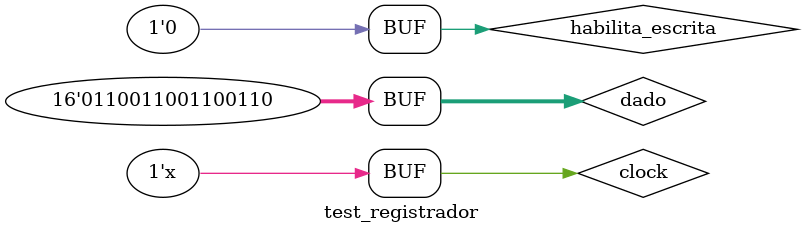
<source format=v>
module test_registrador;
  
  reg [15:0] dado;
  reg clock;
  reg habilita_escrita;
  wire saida;
  
  registrador reg1(dado, clock, habilita_escrita, saida);
  
  initial begin
    clock = 0;
    habilita_escrita = 0;
    #20;
  end
  
  always begin
    #25 clock = ~clock;  
  end
  
  initial begin
    dado = 16'b0110011001100110;        // Numero 26214 
  end
  
endmodule  
</source>
